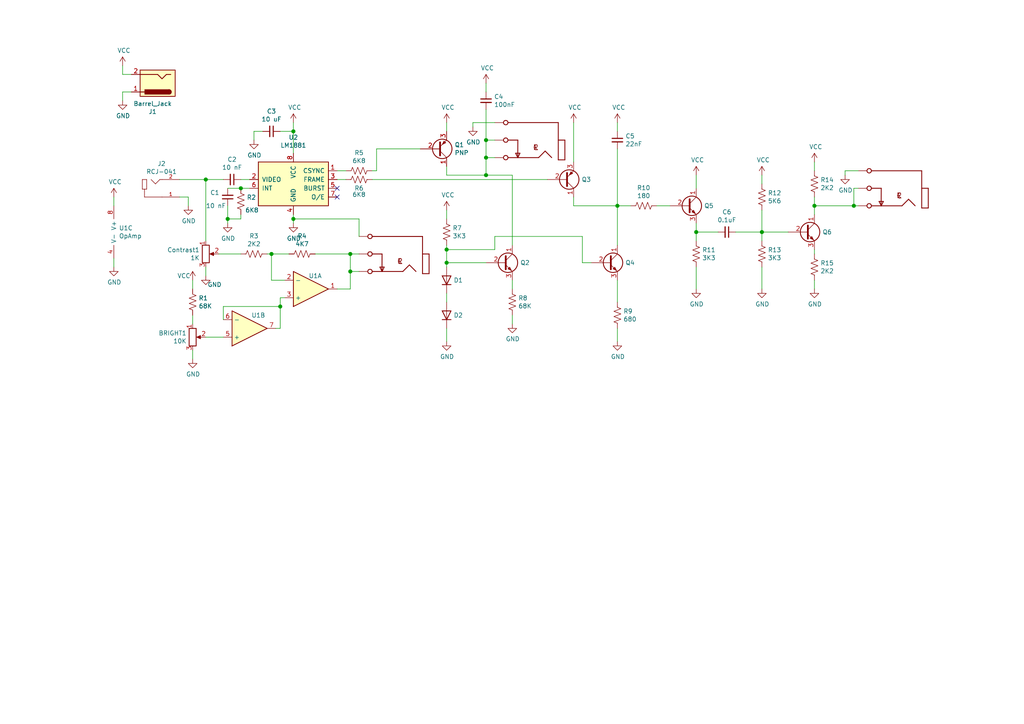
<source format=kicad_sch>
(kicad_sch (version 20210126) (generator eeschema)
  (paper "A4")
  (lib_symbols
    (symbol "Connector:Barrel_Jack" (pin_names (offset 1.016))
      (property "Reference" "J" (at 0 5.334 0))
      (property "Value" "Barrel_Jack" (at 0 -5.08 0))
      (symbol "Barrel_Jack_0_1"
        (arc (start -3.302 3.175) (end -3.302 1.905) (radius (at -3.302 2.54) (length 0.635) (angles 90.1 -90.1)) (stroke (width 0.254)))
        (arc (start -3.302 3.175) (end -3.302 1.905) (radius (at -3.302 2.54) (length 0.635) (angles 90.1 -90.1)) (stroke (width 0.254)) (fill (type outline)))
        (rectangle (start 3.683 3.175) (end -3.302 1.905) (stroke (width 0.254)) (fill (type outline)))
        (rectangle (start -5.08 3.81) (end 5.08 -3.81) (stroke (width 0.254)) (fill (type background)))
        (polyline (pts (xy 5.08 2.54) (xy 3.81 2.54)) (stroke (width 0.254)))
        (polyline (pts (xy -3.81 -2.54) (xy -2.54 -2.54) (xy -1.27 -1.27) (xy 0 -2.54) (xy 2.54 -2.54) (xy 5.08 -2.54)) (stroke (width 0.254)))
      )
      (symbol "Barrel_Jack_1_1"
        (pin passive line (at 7.62 2.54 180) (length 2.54) (name "~") (number "1"))
        (pin passive line (at 7.62 -2.54 180) (length 2.54) (name "~") (number "2"))
      )
    )
    (symbol "Device:C_Small" (pin_numbers hide) (pin_names (offset 0.254) hide)
      (property "Reference" "C" (at 0.254 1.778 0))
      (property "Value" "C_Small" (at 0.254 -2.032 0))
      (symbol "C_Small_0_1"
        (polyline (pts (xy -1.524 -0.508) (xy 1.524 -0.508)) (stroke (width 0.3302)))
        (polyline (pts (xy -1.524 0.508) (xy 1.524 0.508)) (stroke (width 0.3048)))
      )
      (symbol "C_Small_1_1"
        (pin passive line (at 0 2.54 270) (length 2.032) (name "~") (number "1"))
        (pin passive line (at 0 -2.54 90) (length 2.032) (name "~") (number "2"))
      )
    )
    (symbol "Device:D" (pin_numbers hide) (pin_names (offset 1.016) hide)
      (property "Reference" "D" (at 0 2.54 0))
      (property "Value" "D" (at 0 -2.54 0))
      (symbol "D_0_1"
        (polyline (pts (xy -1.27 1.27) (xy -1.27 -1.27)) (stroke (width 0.254)))
        (polyline (pts (xy 1.27 0) (xy -1.27 0)))
        (polyline (pts (xy 1.27 1.27) (xy 1.27 -1.27) (xy -1.27 0) (xy 1.27 1.27)) (stroke (width 0.254)))
      )
      (symbol "D_1_1"
        (pin passive line (at -3.81 0 0) (length 2.54) (name "K") (number "1"))
        (pin passive line (at 3.81 0 180) (length 2.54) (name "A") (number "2"))
      )
    )
    (symbol "Device:Opamp_Dual_Generic"
      (property "Reference" "U" (at 0 5.08 0))
      (property "Value" "Opamp_Dual_Generic" (at 0 -5.08 0))
      (symbol "Opamp_Dual_Generic_1_1"
        (polyline (pts (xy -5.08 5.08) (xy 5.08 0) (xy -5.08 -5.08) (xy -5.08 5.08)) (stroke (width 0.254)) (fill (type background)))
        (pin output line (at 7.62 0 180) (length 2.54) (name "~") (number "1"))
        (pin input line (at -7.62 -2.54 0) (length 2.54) (name "-") (number "2"))
        (pin input line (at -7.62 2.54 0) (length 2.54) (name "+") (number "3"))
      )
      (symbol "Opamp_Dual_Generic_2_1"
        (polyline (pts (xy -5.08 5.08) (xy 5.08 0) (xy -5.08 -5.08) (xy -5.08 5.08)) (stroke (width 0.254)) (fill (type background)))
        (pin input line (at -7.62 2.54 0) (length 2.54) (name "+") (number "5"))
        (pin input line (at -7.62 -2.54 0) (length 2.54) (name "-") (number "6"))
        (pin output line (at 7.62 0 180) (length 2.54) (name "~") (number "7"))
      )
      (symbol "Opamp_Dual_Generic_3_1"
        (pin power_in line (at -2.54 -7.62 90) (length 3.81) (name "V-") (number "4"))
        (pin power_in line (at -2.54 7.62 270) (length 3.81) (name "V+") (number "8"))
      )
    )
    (symbol "Device:Q_NPN_CBE" (pin_names (offset 0) hide)
      (property "Reference" "Q" (at 5.08 1.27 0))
      (property "Value" "Q_NPN_CBE" (at 5.08 -1.27 0))
      (symbol "Q_NPN_CBE_0_1"
        (circle (center 1.27 0) (radius 2.8194) (stroke (width 0.254)))
        (polyline (pts (xy 0.635 0.635) (xy 2.54 2.54)))
        (polyline (pts (xy 0.635 -0.635) (xy 2.54 -2.54) (xy 2.54 -2.54)))
        (polyline (pts (xy 0.635 1.905) (xy 0.635 -1.905) (xy 0.635 -1.905)) (stroke (width 0.508)))
        (polyline (pts (xy 1.27 -1.778) (xy 1.778 -1.27) (xy 2.286 -2.286) (xy 1.27 -1.778) (xy 1.27 -1.778)) (fill (type outline)))
      )
      (symbol "Q_NPN_CBE_1_1"
        (pin passive line (at 2.54 5.08 270) (length 2.54) (name "C") (number "1"))
        (pin input line (at -5.08 0 0) (length 5.715) (name "B") (number "2"))
        (pin passive line (at 2.54 -5.08 90) (length 2.54) (name "E") (number "3"))
      )
    )
    (symbol "Device:Q_PNP_CBE" (pin_names (offset 0) hide)
      (property "Reference" "Q" (at 5.08 1.27 0))
      (property "Value" "Q_PNP_CBE" (at 5.08 -1.27 0))
      (symbol "Q_PNP_CBE_0_1"
        (circle (center 1.27 0) (radius 2.8194) (stroke (width 0.254)))
        (polyline (pts (xy 0.635 0.635) (xy 2.54 2.54)))
        (polyline (pts (xy 0.635 -0.635) (xy 2.54 -2.54) (xy 2.54 -2.54)))
        (polyline (pts (xy 0.635 1.905) (xy 0.635 -1.905) (xy 0.635 -1.905)) (stroke (width 0.508)))
        (polyline (pts (xy 2.286 -1.778) (xy 1.778 -2.286) (xy 1.27 -1.27) (xy 2.286 -1.778) (xy 2.286 -1.778)) (fill (type outline)))
      )
      (symbol "Q_PNP_CBE_1_1"
        (pin passive line (at 2.54 5.08 270) (length 2.54) (name "C") (number "1"))
        (pin input line (at -5.08 0 0) (length 5.715) (name "B") (number "2"))
        (pin passive line (at 2.54 -5.08 90) (length 2.54) (name "E") (number "3"))
      )
    )
    (symbol "Device:R_POT" (pin_names (offset 1.016) hide)
      (property "Reference" "RV" (at -4.445 0 90))
      (property "Value" "R_POT" (at -2.54 0 90))
      (symbol "R_POT_0_1"
        (rectangle (start 1.016 2.54) (end -1.016 -2.54) (stroke (width 0.254)))
        (polyline (pts (xy 2.54 0) (xy 1.524 0)))
        (polyline (pts (xy 1.143 0) (xy 2.286 0.508) (xy 2.286 -0.508) (xy 1.143 0)) (fill (type outline)))
      )
      (symbol "R_POT_1_1"
        (pin passive line (at 0 3.81 270) (length 1.27) (name "1") (number "1"))
        (pin passive line (at 3.81 0 180) (length 1.27) (name "2") (number "2"))
        (pin passive line (at 0 -3.81 90) (length 1.27) (name "3") (number "3"))
      )
    )
    (symbol "Device:R_US" (pin_numbers hide) (pin_names (offset 0))
      (property "Reference" "R" (at 2.54 0 90))
      (property "Value" "R_US" (at -2.54 0 90))
      (symbol "R_US_0_1"
        (polyline (pts (xy 0 -2.286) (xy 0 -2.54)))
        (polyline (pts (xy 0 2.286) (xy 0 2.54)))
        (polyline (pts (xy 0 -0.762) (xy 1.016 -1.143) (xy 0 -1.524) (xy -1.016 -1.905) (xy 0 -2.286)))
        (polyline (pts (xy 0 0.762) (xy 1.016 0.381) (xy 0 0) (xy -1.016 -0.381) (xy 0 -0.762)))
        (polyline (pts (xy 0 2.286) (xy 1.016 1.905) (xy 0 1.524) (xy -1.016 1.143) (xy 0 0.762)))
      )
      (symbol "R_US_1_1"
        (pin passive line (at 0 3.81 270) (length 1.27) (name "~") (number "1"))
        (pin passive line (at 0 -3.81 90) (length 1.27) (name "~") (number "2"))
      )
    )
    (symbol "PJRAN3X1U03X:PJRAN3X1U03X" (pin_numbers hide) (pin_names (offset 1.016) hide)
      (symbol "PJRAN3X1U03X_0_0"
        (text "C" (at -1.27 1.27 0) (effects (font (size 1.4732 1.4732)) (justify left top)))
        (text "L" (at -1.27 1.27 0) (effects (font (size 1.4732 1.4732)) (justify left top)))
        (text "R" (at -1.27 1.27 0) (effects (font (size 1.4732 1.4732)) (justify left top)))
      )
      (symbol "PJRAN3X1U03X_1_0"
        (circle (center 8.255 -5.08) (radius 0.635) (stroke (width 0.254)))
        (circle (center 8.255 0) (radius 0.635) (stroke (width 0.254)))
        (circle (center 8.255 5.08) (radius 0.635) (stroke (width 0.254)))
        (polyline (pts (xy -8.89 0) (xy -6.985 0)) (stroke (width 0.254)))
        (polyline (pts (xy -8.89 5.715) (xy -8.89 0)) (stroke (width 0.254)))
        (polyline (pts (xy -8.89 5.715) (xy -6.985 5.715)) (stroke (width 0.254)))
        (polyline (pts (xy -6.985 -5.08) (xy 7.62 -5.08)) (stroke (width 0.254)))
        (polyline (pts (xy -6.985 5.715) (xy -6.985 -5.08)) (stroke (width 0.254)))
        (polyline (pts (xy -5.08 5.08) (xy -3.175 3.175)) (stroke (width 0.254)))
        (polyline (pts (xy -3.175 3.175) (xy -1.27 5.08)) (stroke (width 0.254)))
        (polyline (pts (xy -1.27 5.08) (xy 7.62 5.08)) (stroke (width 0.254)))
        (polyline (pts (xy 4.1402 3.81) (xy 4.7498 5.08)) (stroke (width 0.254)))
        (polyline (pts (xy 4.7498 0) (xy 7.62 0)) (stroke (width 0.254)))
        (polyline (pts (xy 4.7498 5.08) (xy 5.3848 3.81)) (stroke (width 0.254)))
        (polyline (pts (xy 4.7752 5.08) (xy 4.7498 0)) (stroke (width 0.254)))
        (polyline (pts (xy 5.3848 3.81) (xy 4.1402 3.81)) (stroke (width 0.254)))
        (pin passive line (at 11.43 -5.08 180) (length 2.54) (name "~") (number "7"))
        (pin passive line (at 11.43 5.08 180) (length 2.54) (name "~") (number "8"))
        (pin passive line (at 11.43 0 180) (length 2.54) (name "~") (number "9"))
      )
      (symbol "PJRAN3X1U03X_2_0"
        (circle (center 8.255 -5.08) (radius 0.635) (stroke (width 0.254)))
        (circle (center 8.255 0) (radius 0.635) (stroke (width 0.254)))
        (circle (center 8.255 5.08) (radius 0.635) (stroke (width 0.254)))
        (polyline (pts (xy -8.89 0) (xy -6.985 0)) (stroke (width 0.254)))
        (polyline (pts (xy -8.89 5.715) (xy -8.89 0)) (stroke (width 0.254)))
        (polyline (pts (xy -8.89 5.715) (xy -6.985 5.715)) (stroke (width 0.254)))
        (polyline (pts (xy -6.985 -5.08) (xy 7.62 -5.08)) (stroke (width 0.254)))
        (polyline (pts (xy -6.985 5.715) (xy -6.985 -5.08)) (stroke (width 0.254)))
        (polyline (pts (xy -5.08 5.08) (xy -3.175 3.175)) (stroke (width 0.254)))
        (polyline (pts (xy -3.175 3.175) (xy -1.27 5.08)) (stroke (width 0.254)))
        (polyline (pts (xy -1.27 5.08) (xy 7.62 5.08)) (stroke (width 0.254)))
        (polyline (pts (xy 4.1402 3.81) (xy 4.7498 5.08)) (stroke (width 0.254)))
        (polyline (pts (xy 4.7498 0) (xy 7.62 0)) (stroke (width 0.254)))
        (polyline (pts (xy 4.7498 5.08) (xy 5.3848 3.81)) (stroke (width 0.254)))
        (polyline (pts (xy 4.7752 5.08) (xy 4.7498 0)) (stroke (width 0.254)))
        (polyline (pts (xy 5.3848 3.81) (xy 4.1402 3.81)) (stroke (width 0.254)))
        (pin passive line (at 11.43 -5.08 180) (length 2.54) (name "~") (number "4"))
        (pin passive line (at 11.43 5.08 180) (length 2.54) (name "~") (number "5"))
        (pin passive line (at 11.43 0 180) (length 2.54) (name "~") (number "6"))
      )
      (symbol "PJRAN3X1U03X_3_0"
        (circle (center 8.255 -5.08) (radius 0.635) (stroke (width 0.254)))
        (circle (center 8.255 0) (radius 0.635) (stroke (width 0.254)))
        (circle (center 8.255 5.08) (radius 0.635) (stroke (width 0.254)))
        (polyline (pts (xy -8.89 0) (xy -6.985 0)) (stroke (width 0.254)))
        (polyline (pts (xy -8.89 5.715) (xy -8.89 0)) (stroke (width 0.254)))
        (polyline (pts (xy -8.89 5.715) (xy -6.985 5.715)) (stroke (width 0.254)))
        (polyline (pts (xy -6.985 -5.08) (xy 7.62 -5.08)) (stroke (width 0.254)))
        (polyline (pts (xy -6.985 5.715) (xy -6.985 -5.08)) (stroke (width 0.254)))
        (polyline (pts (xy -5.08 5.08) (xy -3.175 3.175)) (stroke (width 0.254)))
        (polyline (pts (xy -3.175 3.175) (xy -1.27 5.08)) (stroke (width 0.254)))
        (polyline (pts (xy -1.27 5.08) (xy 7.62 5.08)) (stroke (width 0.254)))
        (polyline (pts (xy 4.1402 3.81) (xy 4.7498 5.08)) (stroke (width 0.254)))
        (polyline (pts (xy 4.7498 0) (xy 7.62 0)) (stroke (width 0.254)))
        (polyline (pts (xy 4.7498 5.08) (xy 5.3848 3.81)) (stroke (width 0.254)))
        (polyline (pts (xy 4.7752 5.08) (xy 4.7498 0)) (stroke (width 0.254)))
        (polyline (pts (xy 5.3848 3.81) (xy 4.1402 3.81)) (stroke (width 0.254)))
        (pin passive line (at 11.43 -5.08 180) (length 2.54) (name "~") (number "1"))
        (pin passive line (at 11.43 5.08 180) (length 2.54) (name "~") (number "2"))
        (pin passive line (at 11.43 0 180) (length 2.54) (name "~") (number "3"))
      )
    )
    (symbol "RCJ-041:RCJ-041" (pin_names (offset 1.016) hide)
      (property "Reference" "J" (at -5.6388 4.0894 0))
      (property "Value" "RCJ-041" (at -5.1054 -5.6388 0))
      (symbol "RCJ-041_0_0"
        (polyline (pts (xy -5.715 -0.254) (xy -5.08 -0.254)) (stroke (width 0.1524)))
        (polyline (pts (xy -5.715 2.54) (xy -5.715 -0.254)) (stroke (width 0.1524)))
        (polyline (pts (xy -5.08 -2.54) (xy -5.08 -0.254)) (stroke (width 0.1524)))
        (polyline (pts (xy -5.08 -0.254) (xy -4.445 -0.254)) (stroke (width 0.1524)))
        (polyline (pts (xy -4.445 -0.254) (xy -4.445 2.54)) (stroke (width 0.1524)))
        (polyline (pts (xy -4.445 2.54) (xy -5.715 2.54)) (stroke (width 0.1524)))
        (polyline (pts (xy -1.905 1.27) (xy -3.175 2.54)) (stroke (width 0.1524)))
        (polyline (pts (xy -0.635 2.54) (xy -1.905 1.27)) (stroke (width 0.1524)))
        (polyline (pts (xy 0 -2.54) (xy -5.08 -2.54)) (stroke (width 0.1524)))
        (polyline (pts (xy 0 2.54) (xy -0.635 2.54)) (stroke (width 0.1524)))
        (pin passive line (at 5.08 -2.54 180) (length 5.08) (name "~") (number "1"))
        (pin passive line (at 5.08 2.54 180) (length 5.08) (name "~") (number "2"))
      )
    )
    (symbol "Video:LM1881" (pin_names (offset 1.016))
      (property "Reference" "U" (at -8.89 8.89 0))
      (property "Value" "LM1881" (at 6.35 8.89 0))
      (symbol "LM1881_0_1"
        (rectangle (start -10.16 7.62) (end 10.16 -5.08) (stroke (width 0.254)) (fill (type background)))
      )
      (symbol "LM1881_1_1"
        (pin output line (at 12.7 5.08 180) (length 2.54) (name "CSYNC") (number "1"))
        (pin input line (at -12.7 2.54 0) (length 2.54) (name "VIDEO") (number "2"))
        (pin output line (at 12.7 2.54 180) (length 2.54) (name "FRAME") (number "3"))
        (pin power_in line (at 0 -7.62 90) (length 2.54) (name "GND") (number "4"))
        (pin output line (at 12.7 0 180) (length 2.54) (name "BURST") (number "5"))
        (pin input line (at -12.7 0 0) (length 2.54) (name "INT") (number "6"))
        (pin output line (at 12.7 -2.54 180) (length 2.54) (name "O/E") (number "7"))
        (pin power_in line (at 0 10.16 270) (length 2.54) (name "VCC") (number "8"))
      )
    )
    (symbol "power:GND" (power) (pin_names (offset 0))
      (property "Value" "GND" (at 0 -3.81 0))
      (symbol "GND_0_1"
        (polyline (pts (xy 0 0) (xy 0 -1.27) (xy 1.27 -1.27) (xy 0 -2.54) (xy -1.27 -1.27) (xy 0 -1.27)))
      )
      (symbol "GND_1_1"
        (pin power_in line (at 0 0 270) (length 0) hide (name "GND") (number "1"))
      )
    )
    (symbol "power:VCC" (power) (pin_names (offset 0))
      (property "Value" "VCC" (at 0 3.81 0))
      (symbol "VCC_0_1"
        (polyline (pts (xy -0.762 1.27) (xy 0 2.54)))
        (polyline (pts (xy 0 0) (xy 0 2.54)))
        (polyline (pts (xy 0 2.54) (xy 0.762 1.27)))
      )
      (symbol "VCC_1_1"
        (pin power_in line (at 0 0 90) (length 0) hide (name "VCC") (number "1"))
      )
    )
  )
  (junction (at 59.69 52.07) (diameter 1.016))
  (junction (at 66.04 63.5) (diameter 1.016))
  (junction (at 69.85 54.61) (diameter 1.016))
  (junction (at 78.74 73.66) (diameter 1.016))
  (junction (at 81.28 88.9) (diameter 1.016))
  (junction (at 85.09 38.1) (diameter 1.016))
  (junction (at 85.09 63.5) (diameter 1.016))
  (junction (at 101.6 73.66) (diameter 1.016))
  (junction (at 101.6 78.74) (diameter 1.016))
  (junction (at 129.54 72.39) (diameter 1.016))
  (junction (at 129.54 76.2) (diameter 1.016))
  (junction (at 140.97 40.64) (diameter 1.016))
  (junction (at 140.97 45.72) (diameter 1.016))
  (junction (at 140.97 50.8) (diameter 1.016))
  (junction (at 179.07 59.69) (diameter 1.016))
  (junction (at 201.93 67.31) (diameter 1.016))
  (junction (at 220.98 67.31) (diameter 1.016))
  (junction (at 236.22 59.69) (diameter 1.016))
  (junction (at 247.65 59.69) (diameter 1.016))
  (no_connect (at 97.79 54.61))
  (no_connect (at 97.79 57.15))
  (wire (pts (xy 33.02 57.15) (xy 33.02 59.69)))
  (wire (pts (xy 33.02 74.93) (xy 33.02 77.47)))
  (wire (pts (xy 35.56 19.05) (xy 35.56 21.59)))
  (wire (pts (xy 35.56 21.59) (xy 38.1 21.59)))
  (wire (pts (xy 35.56 26.67) (xy 35.56 29.21)))
  (wire (pts (xy 38.1 26.67) (xy 35.56 26.67)))
  (wire (pts (xy 52.07 52.07) (xy 59.69 52.07)))
  (wire (pts (xy 52.07 57.15) (xy 54.61 57.15)))
  (wire (pts (xy 54.61 57.15) (xy 54.61 59.69)))
  (wire (pts (xy 55.88 83.82) (xy 55.88 81.28)))
  (wire (pts (xy 55.88 93.98) (xy 55.88 91.44)))
  (wire (pts (xy 55.88 104.14) (xy 55.88 101.6)))
  (wire (pts (xy 59.69 52.07) (xy 59.69 69.85)))
  (wire (pts (xy 59.69 52.07) (xy 64.77 52.07)))
  (wire (pts (xy 59.69 77.47) (xy 59.69 80.01)))
  (wire (pts (xy 63.5 73.66) (xy 69.85 73.66)))
  (wire (pts (xy 64.77 88.9) (xy 81.28 88.9)))
  (wire (pts (xy 64.77 92.71) (xy 64.77 88.9)))
  (wire (pts (xy 64.77 97.79) (xy 59.69 97.79)))
  (wire (pts (xy 66.04 54.61) (xy 69.85 54.61)))
  (wire (pts (xy 66.04 59.69) (xy 66.04 63.5)))
  (wire (pts (xy 66.04 63.5) (xy 66.04 64.77)))
  (wire (pts (xy 69.85 52.07) (xy 72.39 52.07)))
  (wire (pts (xy 69.85 54.61) (xy 72.39 54.61)))
  (wire (pts (xy 69.85 62.23) (xy 69.85 63.5)))
  (wire (pts (xy 69.85 63.5) (xy 66.04 63.5)))
  (wire (pts (xy 73.66 38.1) (xy 73.66 40.64)))
  (wire (pts (xy 76.2 38.1) (xy 73.66 38.1)))
  (wire (pts (xy 77.47 73.66) (xy 78.74 73.66)))
  (wire (pts (xy 78.74 73.66) (xy 78.74 81.28)))
  (wire (pts (xy 78.74 73.66) (xy 83.82 73.66)))
  (wire (pts (xy 78.74 81.28) (xy 82.55 81.28)))
  (wire (pts (xy 81.28 86.36) (xy 81.28 88.9)))
  (wire (pts (xy 81.28 88.9) (xy 81.28 95.25)))
  (wire (pts (xy 81.28 95.25) (xy 80.01 95.25)))
  (wire (pts (xy 82.55 86.36) (xy 81.28 86.36)))
  (wire (pts (xy 85.09 35.56) (xy 85.09 38.1)))
  (wire (pts (xy 85.09 38.1) (xy 81.28 38.1)))
  (wire (pts (xy 85.09 38.1) (xy 85.09 44.45)))
  (wire (pts (xy 85.09 62.23) (xy 85.09 63.5)))
  (wire (pts (xy 85.09 63.5) (xy 85.09 64.77)))
  (wire (pts (xy 85.09 63.5) (xy 104.14 63.5)))
  (wire (pts (xy 91.44 73.66) (xy 101.6 73.66)))
  (wire (pts (xy 97.79 49.53) (xy 100.33 49.53)))
  (wire (pts (xy 97.79 52.07) (xy 100.33 52.07)))
  (wire (pts (xy 101.6 73.66) (xy 101.6 78.74)))
  (wire (pts (xy 101.6 73.66) (xy 104.14 73.66)))
  (wire (pts (xy 101.6 78.74) (xy 101.6 83.82)))
  (wire (pts (xy 101.6 78.74) (xy 104.14 78.74)))
  (wire (pts (xy 101.6 83.82) (xy 97.79 83.82)))
  (wire (pts (xy 104.14 63.5) (xy 104.14 68.58)))
  (wire (pts (xy 107.95 49.53) (xy 109.22 49.53)))
  (wire (pts (xy 107.95 52.07) (xy 158.75 52.07)))
  (wire (pts (xy 109.22 43.18) (xy 121.92 43.18)))
  (wire (pts (xy 109.22 49.53) (xy 109.22 43.18)))
  (wire (pts (xy 129.54 35.56) (xy 129.54 38.1)))
  (wire (pts (xy 129.54 48.26) (xy 129.54 50.8)))
  (wire (pts (xy 129.54 50.8) (xy 140.97 50.8)))
  (wire (pts (xy 129.54 60.96) (xy 129.54 63.5)))
  (wire (pts (xy 129.54 71.12) (xy 129.54 72.39)))
  (wire (pts (xy 129.54 72.39) (xy 129.54 76.2)))
  (wire (pts (xy 129.54 72.39) (xy 143.51 72.39)))
  (wire (pts (xy 129.54 76.2) (xy 129.54 77.47)))
  (wire (pts (xy 129.54 85.09) (xy 129.54 87.63)))
  (wire (pts (xy 129.54 95.25) (xy 129.54 99.06)))
  (wire (pts (xy 137.16 35.56) (xy 137.16 36.83)))
  (wire (pts (xy 140.97 24.13) (xy 140.97 26.67)))
  (wire (pts (xy 140.97 31.75) (xy 140.97 40.64)))
  (wire (pts (xy 140.97 40.64) (xy 140.97 45.72)))
  (wire (pts (xy 140.97 45.72) (xy 140.97 50.8)))
  (wire (pts (xy 140.97 50.8) (xy 148.59 50.8)))
  (wire (pts (xy 140.97 76.2) (xy 129.54 76.2)))
  (wire (pts (xy 143.51 35.56) (xy 137.16 35.56)))
  (wire (pts (xy 143.51 40.64) (xy 140.97 40.64)))
  (wire (pts (xy 143.51 45.72) (xy 140.97 45.72)))
  (wire (pts (xy 143.51 68.58) (xy 168.91 68.58)))
  (wire (pts (xy 143.51 72.39) (xy 143.51 68.58)))
  (wire (pts (xy 148.59 50.8) (xy 148.59 71.12)))
  (wire (pts (xy 148.59 81.28) (xy 148.59 83.82)))
  (wire (pts (xy 148.59 91.44) (xy 148.59 93.98)))
  (wire (pts (xy 166.37 35.56) (xy 166.37 46.99)))
  (wire (pts (xy 166.37 57.15) (xy 166.37 59.69)))
  (wire (pts (xy 166.37 59.69) (xy 179.07 59.69)))
  (wire (pts (xy 168.91 68.58) (xy 168.91 76.2)))
  (wire (pts (xy 168.91 76.2) (xy 171.45 76.2)))
  (wire (pts (xy 179.07 35.56) (xy 179.07 38.1)))
  (wire (pts (xy 179.07 43.18) (xy 179.07 59.69)))
  (wire (pts (xy 179.07 59.69) (xy 179.07 71.12)))
  (wire (pts (xy 179.07 59.69) (xy 182.88 59.69)))
  (wire (pts (xy 179.07 81.28) (xy 179.07 87.63)))
  (wire (pts (xy 179.07 95.25) (xy 179.07 99.06)))
  (wire (pts (xy 190.5 59.69) (xy 194.31 59.69)))
  (wire (pts (xy 201.93 50.8) (xy 201.93 54.61)))
  (wire (pts (xy 201.93 64.77) (xy 201.93 67.31)))
  (wire (pts (xy 201.93 67.31) (xy 201.93 69.85)))
  (wire (pts (xy 201.93 67.31) (xy 208.28 67.31)))
  (wire (pts (xy 201.93 77.47) (xy 201.93 83.82)))
  (wire (pts (xy 213.36 67.31) (xy 220.98 67.31)))
  (wire (pts (xy 220.98 50.8) (xy 220.98 53.34)))
  (wire (pts (xy 220.98 60.96) (xy 220.98 67.31)))
  (wire (pts (xy 220.98 67.31) (xy 220.98 69.85)))
  (wire (pts (xy 220.98 67.31) (xy 228.6 67.31)))
  (wire (pts (xy 220.98 77.47) (xy 220.98 83.82)))
  (wire (pts (xy 236.22 46.99) (xy 236.22 49.53)))
  (wire (pts (xy 236.22 57.15) (xy 236.22 59.69)))
  (wire (pts (xy 236.22 59.69) (xy 236.22 62.23)))
  (wire (pts (xy 236.22 59.69) (xy 247.65 59.69)))
  (wire (pts (xy 236.22 72.39) (xy 236.22 73.66)))
  (wire (pts (xy 236.22 81.28) (xy 236.22 83.82)))
  (wire (pts (xy 245.11 49.53) (xy 245.11 50.8)))
  (wire (pts (xy 247.65 54.61) (xy 247.65 59.69)))
  (wire (pts (xy 247.65 59.69) (xy 248.92 59.69)))
  (wire (pts (xy 248.92 49.53) (xy 245.11 49.53)))
  (wire (pts (xy 248.92 54.61) (xy 247.65 54.61)))
  (symbol (lib_id "power:VCC") (at 33.02 57.15 0) (unit 1)
    (property "Reference" "#PWR01" (effects hide))
    (property "Value" "VCC" (at 33.401 52.7558 0))
  )
  (symbol (lib_id "power:VCC") (at 35.56 19.05 0) (unit 1)
    (property "Reference" "#PWR03" (effects hide))
    (property "Value" "VCC" (at 35.941 14.6558 0))
  )
  (symbol (lib_id "power:VCC") (at 55.88 81.28 0) (unit 1)
    (property "Reference" "#PWR06" (effects hide))
    (property "Value" "VCC" (at 53.34 80.01 0))
  )
  (symbol (lib_id "power:VCC") (at 85.09 35.56 0) (unit 1)
    (property "Reference" "#PWR011" (effects hide))
    (property "Value" "VCC" (at 85.471 31.1658 0))
  )
  (symbol (lib_id "power:VCC") (at 129.54 35.56 0) (unit 1)
    (property "Reference" "#PWR013" (effects hide))
    (property "Value" "VCC" (at 129.921 31.1658 0))
  )
  (symbol (lib_id "power:VCC") (at 129.54 60.96 0) (unit 1)
    (property "Reference" "#PWR014" (effects hide))
    (property "Value" "VCC" (at 129.921 56.5658 0))
  )
  (symbol (lib_id "power:VCC") (at 140.97 24.13 0) (unit 1)
    (property "Reference" "#PWR0101" (effects hide))
    (property "Value" "VCC" (at 141.351 19.7358 0))
  )
  (symbol (lib_id "power:VCC") (at 166.37 35.56 0) (unit 1)
    (property "Reference" "#PWR020" (effects hide))
    (property "Value" "VCC" (at 166.751 31.1658 0))
  )
  (symbol (lib_id "power:VCC") (at 179.07 35.56 0) (unit 1)
    (property "Reference" "#PWR021" (effects hide))
    (property "Value" "VCC" (at 179.451 31.1658 0))
  )
  (symbol (lib_id "power:VCC") (at 201.93 50.8 0) (unit 1)
    (property "Reference" "#PWR023" (effects hide))
    (property "Value" "VCC" (at 202.311 46.4058 0))
  )
  (symbol (lib_id "power:VCC") (at 220.98 50.8 0) (unit 1)
    (property "Reference" "#PWR025" (effects hide))
    (property "Value" "VCC" (at 221.361 46.4058 0))
  )
  (symbol (lib_id "power:VCC") (at 236.22 46.99 0) (unit 1)
    (property "Reference" "#PWR027" (effects hide))
    (property "Value" "VCC" (at 236.601 42.5958 0))
  )
  (symbol (lib_id "power:GND") (at 33.02 77.47 0) (unit 1)
    (property "Reference" "#PWR02" (effects hide))
    (property "Value" "GND" (at 33.147 81.8642 0))
  )
  (symbol (lib_id "power:GND") (at 35.56 29.21 0) (unit 1)
    (property "Reference" "#PWR04" (effects hide))
    (property "Value" "GND" (at 35.687 33.6042 0))
  )
  (symbol (lib_id "power:GND") (at 54.61 59.69 0) (unit 1)
    (property "Reference" "#PWR05" (effects hide))
    (property "Value" "GND" (at 54.737 64.0842 0))
  )
  (symbol (lib_id "power:GND") (at 55.88 104.14 0) (unit 1)
    (property "Reference" "#PWR07" (effects hide))
    (property "Value" "GND" (at 56.007 108.5342 0))
  )
  (symbol (lib_id "power:GND") (at 59.69 80.01 0) (unit 1)
    (property "Reference" "#PWR08" (effects hide))
    (property "Value" "GND" (at 62.23 82.55 0))
  )
  (symbol (lib_id "power:GND") (at 66.04 64.77 0) (unit 1)
    (property "Reference" "#PWR09" (effects hide))
    (property "Value" "GND" (at 66.167 69.1642 0))
  )
  (symbol (lib_id "power:GND") (at 73.66 40.64 0) (unit 1)
    (property "Reference" "#PWR010" (effects hide))
    (property "Value" "GND" (at 73.787 45.0342 0))
  )
  (symbol (lib_id "power:GND") (at 85.09 64.77 0) (unit 1)
    (property "Reference" "#PWR012" (effects hide))
    (property "Value" "GND" (at 85.217 69.1642 0))
  )
  (symbol (lib_id "power:GND") (at 129.54 99.06 0) (unit 1)
    (property "Reference" "#PWR015" (effects hide))
    (property "Value" "GND" (at 129.667 103.4542 0))
  )
  (symbol (lib_id "power:GND") (at 137.16 36.83 0) (unit 1)
    (property "Reference" "#PWR0102" (effects hide))
    (property "Value" "GND" (at 137.287 41.2242 0))
  )
  (symbol (lib_id "power:GND") (at 148.59 93.98 0) (unit 1)
    (property "Reference" "#PWR0103" (effects hide))
    (property "Value" "GND" (at 148.7043 98.3044 0))
  )
  (symbol (lib_id "power:GND") (at 179.07 99.06 0) (unit 1)
    (property "Reference" "#PWR022" (effects hide))
    (property "Value" "GND" (at 179.197 103.4542 0))
  )
  (symbol (lib_id "power:GND") (at 201.93 83.82 0) (unit 1)
    (property "Reference" "#PWR024" (effects hide))
    (property "Value" "GND" (at 202.057 88.2142 0))
  )
  (symbol (lib_id "power:GND") (at 220.98 83.82 0) (unit 1)
    (property "Reference" "#PWR026" (effects hide))
    (property "Value" "GND" (at 221.107 88.2142 0))
  )
  (symbol (lib_id "power:GND") (at 236.22 83.82 0) (unit 1)
    (property "Reference" "#PWR028" (effects hide))
    (property "Value" "GND" (at 236.347 88.2142 0))
  )
  (symbol (lib_id "power:GND") (at 245.11 50.8 0) (unit 1)
    (property "Reference" "#PWR029" (effects hide))
    (property "Value" "GND" (at 245.237 55.1942 0))
  )
  (symbol (lib_id "Device:R_US") (at 55.88 87.63 0) (unit 1)
    (property "Reference" "R1" (at 57.6072 86.4616 0) (effects (justify left)))
    (property "Value" "68K" (at 57.6072 88.773 0) (effects (justify left)))
    (property "Footprint" "Resistor_THT:R_Axial_DIN0207_L6.3mm_D2.5mm_P10.16mm_Horizontal" (effects hide))
  )
  (symbol (lib_id "Device:R_US") (at 69.85 58.42 180) (unit 1)
    (property "Reference" "R2" (at 71.5772 57.2516 0) (effects (justify right)))
    (property "Value" "6K8" (at 71.12 60.96 0) (effects (justify right)))
    (property "Footprint" "Resistor_THT:R_Axial_DIN0207_L6.3mm_D2.5mm_P10.16mm_Horizontal" (effects hide))
  )
  (symbol (lib_id "Device:R_US") (at 73.66 73.66 270) (unit 1)
    (property "Reference" "R3" (at 73.66 68.453 90))
    (property "Value" "2K2" (at 73.66 70.7644 90))
    (property "Footprint" "Resistor_THT:R_Axial_DIN0207_L6.3mm_D2.5mm_P10.16mm_Horizontal" (effects hide))
  )
  (symbol (lib_id "Device:R_US") (at 87.63 73.66 270) (unit 1)
    (property "Reference" "R4" (at 87.63 68.453 90))
    (property "Value" "4K7" (at 87.63 70.7644 90))
    (property "Footprint" "Resistor_THT:R_Axial_DIN0207_L6.3mm_D2.5mm_P10.16mm_Horizontal" (effects hide))
  )
  (symbol (lib_id "Device:R_US") (at 104.14 49.53 270) (unit 1)
    (property "Reference" "R5" (at 104.14 44.323 90))
    (property "Value" "6K8" (at 104.14 46.6344 90))
    (property "Footprint" "Resistor_THT:R_Axial_DIN0207_L6.3mm_D2.5mm_P10.16mm_Horizontal" (effects hide))
  )
  (symbol (lib_id "Device:R_US") (at 104.14 52.07 270) (unit 1)
    (property "Reference" "R6" (at 104.14 54.61 90))
    (property "Value" "6K8" (at 104.14 57.15 90) (effects (justify bottom)))
    (property "Footprint" "Resistor_THT:R_Axial_DIN0207_L6.3mm_D2.5mm_P10.16mm_Horizontal" (effects hide))
  )
  (symbol (lib_id "Device:R_US") (at 129.54 67.31 0) (unit 1)
    (property "Reference" "R7" (at 131.2672 66.1416 0) (effects (justify left)))
    (property "Value" "3K3" (at 131.2672 68.453 0) (effects (justify left)))
    (property "Footprint" "Resistor_THT:R_Axial_DIN0207_L6.3mm_D2.5mm_P10.16mm_Horizontal" (effects hide))
  )
  (symbol (lib_id "Device:R_US") (at 148.59 87.63 0) (unit 1)
    (property "Reference" "R8" (at 150.3172 86.4616 0) (effects (justify left)))
    (property "Value" "68K" (at 150.317 88.773 0) (effects (justify left)))
    (property "Footprint" "Resistor_THT:R_Axial_DIN0207_L6.3mm_D2.5mm_P10.16mm_Horizontal" (effects hide))
  )
  (symbol (lib_id "Device:R_US") (at 179.07 91.44 0) (unit 1)
    (property "Reference" "R9" (at 180.7972 90.2716 0) (effects (justify left)))
    (property "Value" "680" (at 180.7972 92.583 0) (effects (justify left)))
    (property "Footprint" "Resistor_THT:R_Axial_DIN0207_L6.3mm_D2.5mm_P10.16mm_Horizontal" (effects hide))
  )
  (symbol (lib_id "Device:R_US") (at 186.69 59.69 270) (unit 1)
    (property "Reference" "R10" (at 186.69 54.483 90))
    (property "Value" "180" (at 186.69 56.7944 90))
    (property "Footprint" "Resistor_THT:R_Axial_DIN0207_L6.3mm_D2.5mm_P10.16mm_Horizontal" (effects hide))
  )
  (symbol (lib_id "Device:R_US") (at 201.93 73.66 0) (unit 1)
    (property "Reference" "R11" (at 203.6572 72.4916 0) (effects (justify left)))
    (property "Value" "3K3" (at 203.6572 74.803 0) (effects (justify left)))
    (property "Footprint" "Resistor_THT:R_Axial_DIN0207_L6.3mm_D2.5mm_P10.16mm_Horizontal" (effects hide))
  )
  (symbol (lib_id "Device:R_US") (at 220.98 57.15 0) (unit 1)
    (property "Reference" "R12" (at 222.7072 55.9816 0) (effects (justify left)))
    (property "Value" "5K6" (at 222.7072 58.293 0) (effects (justify left)))
    (property "Footprint" "Resistor_THT:R_Axial_DIN0207_L6.3mm_D2.5mm_P10.16mm_Horizontal" (effects hide))
  )
  (symbol (lib_id "Device:R_US") (at 220.98 73.66 0) (unit 1)
    (property "Reference" "R13" (at 222.7072 72.4916 0) (effects (justify left)))
    (property "Value" "3K3" (at 222.7072 74.803 0) (effects (justify left)))
    (property "Footprint" "Resistor_THT:R_Axial_DIN0207_L6.3mm_D2.5mm_P10.16mm_Horizontal" (effects hide))
  )
  (symbol (lib_id "Device:R_US") (at 236.22 53.34 0) (unit 1)
    (property "Reference" "R14" (at 237.9472 52.1716 0) (effects (justify left)))
    (property "Value" "2K2" (at 237.9472 54.483 0) (effects (justify left)))
    (property "Footprint" "Resistor_THT:R_Axial_DIN0207_L6.3mm_D2.5mm_P10.16mm_Horizontal" (effects hide))
  )
  (symbol (lib_id "Device:R_US") (at 236.22 77.47 0) (unit 1)
    (property "Reference" "R15" (at 237.9472 76.3016 0) (effects (justify left)))
    (property "Value" "2K2" (at 237.9472 78.613 0) (effects (justify left)))
    (property "Footprint" "Resistor_THT:R_Axial_DIN0207_L6.3mm_D2.5mm_P10.16mm_Horizontal" (effects hide))
  )
  (symbol (lib_id "Device:C_Small") (at 66.04 57.15 180) (unit 1)
    (property "Reference" "C1" (at 60.96 55.88 0) (effects (justify right)))
    (property "Value" "10 nF" (at 59.69 59.69 0) (effects (justify right)))
    (property "Footprint" "Capacitor_THT:C_Disc_D5.0mm_W2.5mm_P2.50mm" (effects hide))
  )
  (symbol (lib_id "Device:C_Small") (at 67.31 52.07 270) (unit 1)
    (property "Reference" "C2" (at 67.31 46.2534 90))
    (property "Value" "10 nF" (at 67.31 48.5648 90))
    (property "Footprint" "Capacitor_THT:C_Disc_D5.0mm_W2.5mm_P2.50mm" (effects hide))
  )
  (symbol (lib_id "Device:C_Small") (at 78.74 38.1 270) (unit 1)
    (property "Reference" "C3" (at 78.74 32.2834 90))
    (property "Value" "10 uF" (at 78.74 34.5948 90))
    (property "Footprint" "Capacitor_THT:C_Disc_D5.0mm_W2.5mm_P2.50mm" (effects hide))
  )
  (symbol (lib_id "Device:C_Small") (at 140.97 29.21 0) (unit 1)
    (property "Reference" "C4" (at 143.3068 28.0416 0) (effects (justify left)))
    (property "Value" "100nF" (at 143.3068 30.353 0) (effects (justify left)))
    (property "Footprint" "Capacitor_THT:C_Disc_D5.0mm_W2.5mm_P2.50mm" (effects hide))
  )
  (symbol (lib_id "Device:C_Small") (at 179.07 40.64 0) (unit 1)
    (property "Reference" "C5" (at 181.4068 39.4716 0) (effects (justify left)))
    (property "Value" "22nF" (at 181.4068 41.783 0) (effects (justify left)))
    (property "Footprint" "Capacitor_THT:C_Disc_D5.0mm_W2.5mm_P2.50mm" (effects hide))
  )
  (symbol (lib_id "Device:C_Small") (at 210.82 67.31 270) (unit 1)
    (property "Reference" "C6" (at 210.82 61.4934 90))
    (property "Value" "0.1uF" (at 210.82 63.8048 90))
    (property "Footprint" "Capacitor_THT:C_Disc_D5.0mm_W2.5mm_P2.50mm" (effects hide))
  )
  (symbol (lib_id "Device:D") (at 129.54 81.28 90) (unit 1)
    (property "Reference" "D1" (at 131.572 81.28 90) (effects (justify right)))
    (property "Value" "D" (effects hide))
    (property "Footprint" "Diode_THT:D_A-405_P7.62mm_Horizontal" (effects hide))
  )
  (symbol (lib_id "Device:D") (at 129.54 91.44 90) (unit 1)
    (property "Reference" "D2" (at 131.572 91.44 90) (effects (justify right)))
    (property "Value" "D" (effects hide))
    (property "Footprint" "Diode_THT:D_A-405_P7.62mm_Horizontal" (effects hide))
  )
  (symbol (lib_id "Device:Opamp_Dual_Generic") (at 35.56 67.31 0) (unit 3)
    (property "Reference" "U1" (at 34.4932 66.1416 0) (effects (justify left)))
    (property "Value" "OpAmp" (at 34.493 68.453 0) (effects (justify left)))
    (property "Footprint" "Package_DIP:DIP-8_W7.62mm" (effects hide))
  )
  (symbol (lib_id "Device:R_POT") (at 55.88 97.79 0) (unit 1)
    (property "Reference" "BRIGHT1" (at 54.1274 96.6216 0) (effects (justify right)))
    (property "Value" "10K" (at 54.1274 98.933 0) (effects (justify right)))
    (property "Footprint" "Potentiometer_THT:Potentiometer_Vishay_T73YP_Vertical" (effects hide))
  )
  (symbol (lib_id "Device:R_POT") (at 59.69 73.66 0) (unit 1)
    (property "Reference" "Contrast1" (at 57.912 72.4916 0) (effects (justify right)))
    (property "Value" "1K" (at 57.912 74.803 0) (effects (justify right)))
    (property "Footprint" "Potentiometer_THT:Potentiometer_Vishay_T73YP_Vertical" (effects hide))
  )
  (symbol (lib_id "RCJ-041:RCJ-041") (at 46.99 54.61 0) (unit 1)
    (property "Reference" "J2" (at 46.863 47.4726 0))
    (property "Value" "RCJ-041" (at 46.863 49.784 0))
    (property "Footprint" "RCJ-041:CUI_RCJ-041" (effects hide))
    (property "MF" "CUI Devices" (effects hide))
    (property "PACKAGE" "None" (effects hide))
    (property "CUI_PURCHASE_URL" "https://www.cuidevices.com/product/interconnect/connectors/rca-connectors/rcj-04-series?utm_source=snapeda.com&utm_medium=referral&utm_campaign=snapedaBOM" (effects hide))
    (property "AVAILABILITY" "Unavailable" (effects hide))
    (property "DESCRIPTION" "Metal Right-Angle, RCA Jack, Black Housing and Insulation" (effects hide))
    (property "PRICE" "None" (effects hide))
    (property "MP" "RCJ-041" (effects hide))
  )
  (symbol (lib_id "Connector:Barrel_Jack") (at 45.72 24.13 180) (unit 1)
    (property "Reference" "J1" (at 44.2722 32.385 0))
    (property "Value" "Barrel_Jack" (at 44.2722 30.0736 0))
    (property "Footprint" "Connector_BarrelJack:BarrelJack_CUI_PJ-063AH_Horizontal_CircularHoles" (effects hide))
  )
  (symbol (lib_id "Device:Q_PNP_CBE") (at 127 43.18 0) (mirror x) (unit 1)
    (property "Reference" "Q1" (at 131.8514 42.0116 0) (effects (justify left)))
    (property "Value" "PNP" (at 131.851 44.323 0) (effects (justify left)))
    (property "Footprint" "Package_TO_SOT_THT:TO-92_Inline_Wide" (effects hide))
  )
  (symbol (lib_id "Device:Q_NPN_CBE") (at 146.05 76.2 0) (unit 1)
    (property "Reference" "Q2" (at 150.9014 76.2 0) (effects (justify left)))
    (property "Value" "NPN" (effects hide))
    (property "Footprint" "Package_TO_SOT_THT:TO-92_Inline_Wide" (effects hide))
  )
  (symbol (lib_id "Device:Q_PNP_CBE") (at 163.83 52.07 0) (mirror x) (unit 1)
    (property "Reference" "Q3" (at 168.6814 52.07 0) (effects (justify left)))
    (property "Value" "PNP" (effects hide))
    (property "Footprint" "Package_TO_SOT_THT:TO-92_Inline_Wide" (effects hide))
  )
  (symbol (lib_id "Device:Q_NPN_CBE") (at 176.53 76.2 0) (unit 1)
    (property "Reference" "Q4" (at 181.3814 76.2 0) (effects (justify left)))
    (property "Value" "NPN" (effects hide))
    (property "Footprint" "Package_TO_SOT_THT:TO-92_Inline_Wide" (effects hide))
  )
  (symbol (lib_id "Device:Q_NPN_CBE") (at 199.39 59.69 0) (unit 1)
    (property "Reference" "Q5" (at 204.2414 59.69 0) (effects (justify left)))
    (property "Value" "NPN" (effects hide))
    (property "Footprint" "Package_TO_SOT_THT:TO-92_Inline_Wide" (effects hide))
  )
  (symbol (lib_id "Device:Q_NPN_CBE") (at 233.68 67.31 0) (unit 1)
    (property "Reference" "Q6" (at 238.5314 67.31 0) (effects (justify left)))
    (property "Value" "NPN" (effects hide))
    (property "Footprint" "Package_TO_SOT_THT:TO-92_Inline_Wide" (effects hide))
  )
  (symbol (lib_id "Device:Opamp_Dual_Generic") (at 72.39 95.25 0) (mirror x) (unit 2)
    (property "Reference" "U1" (at 74.93 91.44 0))
    (property "Value" "OpAmp" (effects hide))
    (property "Footprint" "Package_DIP:DIP-8_W7.62mm" (effects hide))
  )
  (symbol (lib_id "Device:Opamp_Dual_Generic") (at 90.17 83.82 0) (mirror x) (unit 1)
    (property "Reference" "U1" (at 91.44 80.01 0))
    (property "Value" "OpAmp" (effects hide))
    (property "Footprint" "Package_DIP:DIP-8_W7.62mm" (effects hide))
  )
  (symbol (lib_id "PJRAN3X1U03X:PJRAN3X1U03X") (at 115.57 73.66 180) (unit 3)
    (property "Reference" "J3" (effects hide))
    (property "Value" "PJRAN3X1U03X" (effects hide))
    (property "Footprint" "PJRAN3X1U03X:PJRAN3X1U01X" (effects hide))
    (property "MANUFACTURER" "Switchcraft" (effects hide))
    (property "DATASHEET" "http://datasheets.diptrace.com/con_rca_jack/pjran3x1u__x_series_cd.pdf" (effects hide))
  )
  (symbol (lib_id "PJRAN3X1U03X:PJRAN3X1U03X") (at 154.94 40.64 180) (unit 2)
    (property "Reference" "J3" (effects hide))
    (property "Value" "PJRAN3X1U03X" (effects hide))
    (property "Footprint" "PJRAN3X1U03X:PJRAN3X1U01X" (effects hide))
    (property "MANUFACTURER" "Switchcraft" (effects hide))
    (property "DATASHEET" "http://datasheets.diptrace.com/con_rca_jack/pjran3x1u__x_series_cd.pdf" (effects hide))
  )
  (symbol (lib_id "PJRAN3X1U03X:PJRAN3X1U03X") (at 260.35 54.61 180) (unit 1)
    (property "Reference" "J3" (effects hide))
    (property "Value" "PJRAN3X1U03X" (effects hide))
    (property "Footprint" "PJRAN3X1U03X:PJRAN3X1U01X" (effects hide))
    (property "MANUFACTURER" "Switchcraft" (effects hide))
    (property "DATASHEET" "http://datasheets.diptrace.com/con_rca_jack/pjran3x1u__x_series_cd.pdf" (effects hide))
  )
  (symbol (lib_id "Video:LM1881") (at 85.09 54.61 0) (unit 1)
    (property "Reference" "U2" (at 85.09 39.8526 0))
    (property "Value" "LM1881" (at 85.09 42.164 0))
    (property "Footprint" "Package_DIP:DIP-8_W7.62mm" (effects hide))
  )
)
</source>
